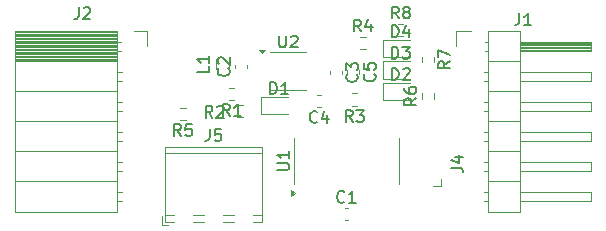
<source format=gbr>
%TF.GenerationSoftware,KiCad,Pcbnew,8.0.8*%
%TF.CreationDate,2025-02-16T13:19:37-05:00*%
%TF.ProjectId,SI-P Pressure Transducer,53492d50-2050-4726-9573-737572652054,rev?*%
%TF.SameCoordinates,Original*%
%TF.FileFunction,Legend,Top*%
%TF.FilePolarity,Positive*%
%FSLAX46Y46*%
G04 Gerber Fmt 4.6, Leading zero omitted, Abs format (unit mm)*
G04 Created by KiCad (PCBNEW 8.0.8) date 2025-02-16 13:19:37*
%MOMM*%
%LPD*%
G01*
G04 APERTURE LIST*
%ADD10C,0.150000*%
%ADD11C,0.120000*%
G04 APERTURE END LIST*
D10*
X187626666Y-68794819D02*
X187626666Y-69509104D01*
X187626666Y-69509104D02*
X187579047Y-69651961D01*
X187579047Y-69651961D02*
X187483809Y-69747200D01*
X187483809Y-69747200D02*
X187340952Y-69794819D01*
X187340952Y-69794819D02*
X187245714Y-69794819D01*
X188579047Y-68794819D02*
X188102857Y-68794819D01*
X188102857Y-68794819D02*
X188055238Y-69271009D01*
X188055238Y-69271009D02*
X188102857Y-69223390D01*
X188102857Y-69223390D02*
X188198095Y-69175771D01*
X188198095Y-69175771D02*
X188436190Y-69175771D01*
X188436190Y-69175771D02*
X188531428Y-69223390D01*
X188531428Y-69223390D02*
X188579047Y-69271009D01*
X188579047Y-69271009D02*
X188626666Y-69366247D01*
X188626666Y-69366247D02*
X188626666Y-69604342D01*
X188626666Y-69604342D02*
X188579047Y-69699580D01*
X188579047Y-69699580D02*
X188531428Y-69747200D01*
X188531428Y-69747200D02*
X188436190Y-69794819D01*
X188436190Y-69794819D02*
X188198095Y-69794819D01*
X188198095Y-69794819D02*
X188102857Y-69747200D01*
X188102857Y-69747200D02*
X188055238Y-69699580D01*
X176544146Y-58484819D02*
X176544146Y-59199104D01*
X176544146Y-59199104D02*
X176496527Y-59341961D01*
X176496527Y-59341961D02*
X176401289Y-59437200D01*
X176401289Y-59437200D02*
X176258432Y-59484819D01*
X176258432Y-59484819D02*
X176163194Y-59484819D01*
X176972718Y-58580057D02*
X177020337Y-58532438D01*
X177020337Y-58532438D02*
X177115575Y-58484819D01*
X177115575Y-58484819D02*
X177353670Y-58484819D01*
X177353670Y-58484819D02*
X177448908Y-58532438D01*
X177448908Y-58532438D02*
X177496527Y-58580057D01*
X177496527Y-58580057D02*
X177544146Y-58675295D01*
X177544146Y-58675295D02*
X177544146Y-58770533D01*
X177544146Y-58770533D02*
X177496527Y-58913390D01*
X177496527Y-58913390D02*
X176925099Y-59484819D01*
X176925099Y-59484819D02*
X177544146Y-59484819D01*
X200089580Y-64166666D02*
X200137200Y-64214285D01*
X200137200Y-64214285D02*
X200184819Y-64357142D01*
X200184819Y-64357142D02*
X200184819Y-64452380D01*
X200184819Y-64452380D02*
X200137200Y-64595237D01*
X200137200Y-64595237D02*
X200041961Y-64690475D01*
X200041961Y-64690475D02*
X199946723Y-64738094D01*
X199946723Y-64738094D02*
X199756247Y-64785713D01*
X199756247Y-64785713D02*
X199613390Y-64785713D01*
X199613390Y-64785713D02*
X199422914Y-64738094D01*
X199422914Y-64738094D02*
X199327676Y-64690475D01*
X199327676Y-64690475D02*
X199232438Y-64595237D01*
X199232438Y-64595237D02*
X199184819Y-64452380D01*
X199184819Y-64452380D02*
X199184819Y-64357142D01*
X199184819Y-64357142D02*
X199232438Y-64214285D01*
X199232438Y-64214285D02*
X199280057Y-64166666D01*
X199184819Y-63833332D02*
X199184819Y-63214285D01*
X199184819Y-63214285D02*
X199565771Y-63547618D01*
X199565771Y-63547618D02*
X199565771Y-63404761D01*
X199565771Y-63404761D02*
X199613390Y-63309523D01*
X199613390Y-63309523D02*
X199661009Y-63261904D01*
X199661009Y-63261904D02*
X199756247Y-63214285D01*
X199756247Y-63214285D02*
X199994342Y-63214285D01*
X199994342Y-63214285D02*
X200089580Y-63261904D01*
X200089580Y-63261904D02*
X200137200Y-63309523D01*
X200137200Y-63309523D02*
X200184819Y-63404761D01*
X200184819Y-63404761D02*
X200184819Y-63690475D01*
X200184819Y-63690475D02*
X200137200Y-63785713D01*
X200137200Y-63785713D02*
X200089580Y-63833332D01*
X187877121Y-67823233D02*
X187543788Y-67347042D01*
X187305693Y-67823233D02*
X187305693Y-66823233D01*
X187305693Y-66823233D02*
X187686645Y-66823233D01*
X187686645Y-66823233D02*
X187781883Y-66870852D01*
X187781883Y-66870852D02*
X187829502Y-66918471D01*
X187829502Y-66918471D02*
X187877121Y-67013709D01*
X187877121Y-67013709D02*
X187877121Y-67156566D01*
X187877121Y-67156566D02*
X187829502Y-67251804D01*
X187829502Y-67251804D02*
X187781883Y-67299423D01*
X187781883Y-67299423D02*
X187686645Y-67347042D01*
X187686645Y-67347042D02*
X187305693Y-67347042D01*
X188258074Y-66918471D02*
X188305693Y-66870852D01*
X188305693Y-66870852D02*
X188400931Y-66823233D01*
X188400931Y-66823233D02*
X188639026Y-66823233D01*
X188639026Y-66823233D02*
X188734264Y-66870852D01*
X188734264Y-66870852D02*
X188781883Y-66918471D01*
X188781883Y-66918471D02*
X188829502Y-67013709D01*
X188829502Y-67013709D02*
X188829502Y-67108947D01*
X188829502Y-67108947D02*
X188781883Y-67251804D01*
X188781883Y-67251804D02*
X188210455Y-67823233D01*
X188210455Y-67823233D02*
X188829502Y-67823233D01*
X203061905Y-61024819D02*
X203061905Y-60024819D01*
X203061905Y-60024819D02*
X203300000Y-60024819D01*
X203300000Y-60024819D02*
X203442857Y-60072438D01*
X203442857Y-60072438D02*
X203538095Y-60167676D01*
X203538095Y-60167676D02*
X203585714Y-60262914D01*
X203585714Y-60262914D02*
X203633333Y-60453390D01*
X203633333Y-60453390D02*
X203633333Y-60596247D01*
X203633333Y-60596247D02*
X203585714Y-60786723D01*
X203585714Y-60786723D02*
X203538095Y-60881961D01*
X203538095Y-60881961D02*
X203442857Y-60977200D01*
X203442857Y-60977200D02*
X203300000Y-61024819D01*
X203300000Y-61024819D02*
X203061905Y-61024819D01*
X204490476Y-60358152D02*
X204490476Y-61024819D01*
X204252381Y-59977200D02*
X204014286Y-60691485D01*
X204014286Y-60691485D02*
X204633333Y-60691485D01*
X199733333Y-68184819D02*
X199400000Y-67708628D01*
X199161905Y-68184819D02*
X199161905Y-67184819D01*
X199161905Y-67184819D02*
X199542857Y-67184819D01*
X199542857Y-67184819D02*
X199638095Y-67232438D01*
X199638095Y-67232438D02*
X199685714Y-67280057D01*
X199685714Y-67280057D02*
X199733333Y-67375295D01*
X199733333Y-67375295D02*
X199733333Y-67518152D01*
X199733333Y-67518152D02*
X199685714Y-67613390D01*
X199685714Y-67613390D02*
X199638095Y-67661009D01*
X199638095Y-67661009D02*
X199542857Y-67708628D01*
X199542857Y-67708628D02*
X199161905Y-67708628D01*
X200066667Y-67184819D02*
X200685714Y-67184819D01*
X200685714Y-67184819D02*
X200352381Y-67565771D01*
X200352381Y-67565771D02*
X200495238Y-67565771D01*
X200495238Y-67565771D02*
X200590476Y-67613390D01*
X200590476Y-67613390D02*
X200638095Y-67661009D01*
X200638095Y-67661009D02*
X200685714Y-67756247D01*
X200685714Y-67756247D02*
X200685714Y-67994342D01*
X200685714Y-67994342D02*
X200638095Y-68089580D01*
X200638095Y-68089580D02*
X200590476Y-68137200D01*
X200590476Y-68137200D02*
X200495238Y-68184819D01*
X200495238Y-68184819D02*
X200209524Y-68184819D01*
X200209524Y-68184819D02*
X200114286Y-68137200D01*
X200114286Y-68137200D02*
X200066667Y-68089580D01*
X193525595Y-60879819D02*
X193525595Y-61689342D01*
X193525595Y-61689342D02*
X193573214Y-61784580D01*
X193573214Y-61784580D02*
X193620833Y-61832200D01*
X193620833Y-61832200D02*
X193716071Y-61879819D01*
X193716071Y-61879819D02*
X193906547Y-61879819D01*
X193906547Y-61879819D02*
X194001785Y-61832200D01*
X194001785Y-61832200D02*
X194049404Y-61784580D01*
X194049404Y-61784580D02*
X194097023Y-61689342D01*
X194097023Y-61689342D02*
X194097023Y-60879819D01*
X194525595Y-60975057D02*
X194573214Y-60927438D01*
X194573214Y-60927438D02*
X194668452Y-60879819D01*
X194668452Y-60879819D02*
X194906547Y-60879819D01*
X194906547Y-60879819D02*
X195001785Y-60927438D01*
X195001785Y-60927438D02*
X195049404Y-60975057D01*
X195049404Y-60975057D02*
X195097023Y-61070295D01*
X195097023Y-61070295D02*
X195097023Y-61165533D01*
X195097023Y-61165533D02*
X195049404Y-61308390D01*
X195049404Y-61308390D02*
X194477976Y-61879819D01*
X194477976Y-61879819D02*
X195097023Y-61879819D01*
X196733333Y-68189580D02*
X196685714Y-68237200D01*
X196685714Y-68237200D02*
X196542857Y-68284819D01*
X196542857Y-68284819D02*
X196447619Y-68284819D01*
X196447619Y-68284819D02*
X196304762Y-68237200D01*
X196304762Y-68237200D02*
X196209524Y-68141961D01*
X196209524Y-68141961D02*
X196161905Y-68046723D01*
X196161905Y-68046723D02*
X196114286Y-67856247D01*
X196114286Y-67856247D02*
X196114286Y-67713390D01*
X196114286Y-67713390D02*
X196161905Y-67522914D01*
X196161905Y-67522914D02*
X196209524Y-67427676D01*
X196209524Y-67427676D02*
X196304762Y-67332438D01*
X196304762Y-67332438D02*
X196447619Y-67284819D01*
X196447619Y-67284819D02*
X196542857Y-67284819D01*
X196542857Y-67284819D02*
X196685714Y-67332438D01*
X196685714Y-67332438D02*
X196733333Y-67380057D01*
X197590476Y-67618152D02*
X197590476Y-68284819D01*
X197352381Y-67237200D02*
X197114286Y-67951485D01*
X197114286Y-67951485D02*
X197733333Y-67951485D01*
X201589580Y-64141666D02*
X201637200Y-64189285D01*
X201637200Y-64189285D02*
X201684819Y-64332142D01*
X201684819Y-64332142D02*
X201684819Y-64427380D01*
X201684819Y-64427380D02*
X201637200Y-64570237D01*
X201637200Y-64570237D02*
X201541961Y-64665475D01*
X201541961Y-64665475D02*
X201446723Y-64713094D01*
X201446723Y-64713094D02*
X201256247Y-64760713D01*
X201256247Y-64760713D02*
X201113390Y-64760713D01*
X201113390Y-64760713D02*
X200922914Y-64713094D01*
X200922914Y-64713094D02*
X200827676Y-64665475D01*
X200827676Y-64665475D02*
X200732438Y-64570237D01*
X200732438Y-64570237D02*
X200684819Y-64427380D01*
X200684819Y-64427380D02*
X200684819Y-64332142D01*
X200684819Y-64332142D02*
X200732438Y-64189285D01*
X200732438Y-64189285D02*
X200780057Y-64141666D01*
X200684819Y-63236904D02*
X200684819Y-63713094D01*
X200684819Y-63713094D02*
X201161009Y-63760713D01*
X201161009Y-63760713D02*
X201113390Y-63713094D01*
X201113390Y-63713094D02*
X201065771Y-63617856D01*
X201065771Y-63617856D02*
X201065771Y-63379761D01*
X201065771Y-63379761D02*
X201113390Y-63284523D01*
X201113390Y-63284523D02*
X201161009Y-63236904D01*
X201161009Y-63236904D02*
X201256247Y-63189285D01*
X201256247Y-63189285D02*
X201494342Y-63189285D01*
X201494342Y-63189285D02*
X201589580Y-63236904D01*
X201589580Y-63236904D02*
X201637200Y-63284523D01*
X201637200Y-63284523D02*
X201684819Y-63379761D01*
X201684819Y-63379761D02*
X201684819Y-63617856D01*
X201684819Y-63617856D02*
X201637200Y-63713094D01*
X201637200Y-63713094D02*
X201589580Y-63760713D01*
X192761905Y-65824819D02*
X192761905Y-64824819D01*
X192761905Y-64824819D02*
X193000000Y-64824819D01*
X193000000Y-64824819D02*
X193142857Y-64872438D01*
X193142857Y-64872438D02*
X193238095Y-64967676D01*
X193238095Y-64967676D02*
X193285714Y-65062914D01*
X193285714Y-65062914D02*
X193333333Y-65253390D01*
X193333333Y-65253390D02*
X193333333Y-65396247D01*
X193333333Y-65396247D02*
X193285714Y-65586723D01*
X193285714Y-65586723D02*
X193238095Y-65681961D01*
X193238095Y-65681961D02*
X193142857Y-65777200D01*
X193142857Y-65777200D02*
X193000000Y-65824819D01*
X193000000Y-65824819D02*
X192761905Y-65824819D01*
X194285714Y-65824819D02*
X193714286Y-65824819D01*
X194000000Y-65824819D02*
X194000000Y-64824819D01*
X194000000Y-64824819D02*
X193904762Y-64967676D01*
X193904762Y-64967676D02*
X193809524Y-65062914D01*
X193809524Y-65062914D02*
X193714286Y-65110533D01*
X199033333Y-74929580D02*
X198985714Y-74977200D01*
X198985714Y-74977200D02*
X198842857Y-75024819D01*
X198842857Y-75024819D02*
X198747619Y-75024819D01*
X198747619Y-75024819D02*
X198604762Y-74977200D01*
X198604762Y-74977200D02*
X198509524Y-74881961D01*
X198509524Y-74881961D02*
X198461905Y-74786723D01*
X198461905Y-74786723D02*
X198414286Y-74596247D01*
X198414286Y-74596247D02*
X198414286Y-74453390D01*
X198414286Y-74453390D02*
X198461905Y-74262914D01*
X198461905Y-74262914D02*
X198509524Y-74167676D01*
X198509524Y-74167676D02*
X198604762Y-74072438D01*
X198604762Y-74072438D02*
X198747619Y-74024819D01*
X198747619Y-74024819D02*
X198842857Y-74024819D01*
X198842857Y-74024819D02*
X198985714Y-74072438D01*
X198985714Y-74072438D02*
X199033333Y-74120057D01*
X199985714Y-75024819D02*
X199414286Y-75024819D01*
X199700000Y-75024819D02*
X199700000Y-74024819D01*
X199700000Y-74024819D02*
X199604762Y-74167676D01*
X199604762Y-74167676D02*
X199509524Y-74262914D01*
X199509524Y-74262914D02*
X199414286Y-74310533D01*
X213851666Y-58984819D02*
X213851666Y-59699104D01*
X213851666Y-59699104D02*
X213804047Y-59841961D01*
X213804047Y-59841961D02*
X213708809Y-59937200D01*
X213708809Y-59937200D02*
X213565952Y-59984819D01*
X213565952Y-59984819D02*
X213470714Y-59984819D01*
X214851666Y-59984819D02*
X214280238Y-59984819D01*
X214565952Y-59984819D02*
X214565952Y-58984819D01*
X214565952Y-58984819D02*
X214470714Y-59127676D01*
X214470714Y-59127676D02*
X214375476Y-59222914D01*
X214375476Y-59222914D02*
X214280238Y-59270533D01*
X205124819Y-66166666D02*
X204648628Y-66499999D01*
X205124819Y-66738094D02*
X204124819Y-66738094D01*
X204124819Y-66738094D02*
X204124819Y-66357142D01*
X204124819Y-66357142D02*
X204172438Y-66261904D01*
X204172438Y-66261904D02*
X204220057Y-66214285D01*
X204220057Y-66214285D02*
X204315295Y-66166666D01*
X204315295Y-66166666D02*
X204458152Y-66166666D01*
X204458152Y-66166666D02*
X204553390Y-66214285D01*
X204553390Y-66214285D02*
X204601009Y-66261904D01*
X204601009Y-66261904D02*
X204648628Y-66357142D01*
X204648628Y-66357142D02*
X204648628Y-66738094D01*
X204124819Y-65309523D02*
X204124819Y-65499999D01*
X204124819Y-65499999D02*
X204172438Y-65595237D01*
X204172438Y-65595237D02*
X204220057Y-65642856D01*
X204220057Y-65642856D02*
X204362914Y-65738094D01*
X204362914Y-65738094D02*
X204553390Y-65785713D01*
X204553390Y-65785713D02*
X204934342Y-65785713D01*
X204934342Y-65785713D02*
X205029580Y-65738094D01*
X205029580Y-65738094D02*
X205077200Y-65690475D01*
X205077200Y-65690475D02*
X205124819Y-65595237D01*
X205124819Y-65595237D02*
X205124819Y-65404761D01*
X205124819Y-65404761D02*
X205077200Y-65309523D01*
X205077200Y-65309523D02*
X205029580Y-65261904D01*
X205029580Y-65261904D02*
X204934342Y-65214285D01*
X204934342Y-65214285D02*
X204696247Y-65214285D01*
X204696247Y-65214285D02*
X204601009Y-65261904D01*
X204601009Y-65261904D02*
X204553390Y-65309523D01*
X204553390Y-65309523D02*
X204505771Y-65404761D01*
X204505771Y-65404761D02*
X204505771Y-65595237D01*
X204505771Y-65595237D02*
X204553390Y-65690475D01*
X204553390Y-65690475D02*
X204601009Y-65738094D01*
X204601009Y-65738094D02*
X204696247Y-65785713D01*
X208089819Y-72073333D02*
X208804104Y-72073333D01*
X208804104Y-72073333D02*
X208946961Y-72120952D01*
X208946961Y-72120952D02*
X209042200Y-72216190D01*
X209042200Y-72216190D02*
X209089819Y-72359047D01*
X209089819Y-72359047D02*
X209089819Y-72454285D01*
X208423152Y-71168571D02*
X209089819Y-71168571D01*
X208042200Y-71406666D02*
X208756485Y-71644761D01*
X208756485Y-71644761D02*
X208756485Y-71025714D01*
X203633333Y-59424819D02*
X203300000Y-58948628D01*
X203061905Y-59424819D02*
X203061905Y-58424819D01*
X203061905Y-58424819D02*
X203442857Y-58424819D01*
X203442857Y-58424819D02*
X203538095Y-58472438D01*
X203538095Y-58472438D02*
X203585714Y-58520057D01*
X203585714Y-58520057D02*
X203633333Y-58615295D01*
X203633333Y-58615295D02*
X203633333Y-58758152D01*
X203633333Y-58758152D02*
X203585714Y-58853390D01*
X203585714Y-58853390D02*
X203538095Y-58901009D01*
X203538095Y-58901009D02*
X203442857Y-58948628D01*
X203442857Y-58948628D02*
X203061905Y-58948628D01*
X204204762Y-58853390D02*
X204109524Y-58805771D01*
X204109524Y-58805771D02*
X204061905Y-58758152D01*
X204061905Y-58758152D02*
X204014286Y-58662914D01*
X204014286Y-58662914D02*
X204014286Y-58615295D01*
X204014286Y-58615295D02*
X204061905Y-58520057D01*
X204061905Y-58520057D02*
X204109524Y-58472438D01*
X204109524Y-58472438D02*
X204204762Y-58424819D01*
X204204762Y-58424819D02*
X204395238Y-58424819D01*
X204395238Y-58424819D02*
X204490476Y-58472438D01*
X204490476Y-58472438D02*
X204538095Y-58520057D01*
X204538095Y-58520057D02*
X204585714Y-58615295D01*
X204585714Y-58615295D02*
X204585714Y-58662914D01*
X204585714Y-58662914D02*
X204538095Y-58758152D01*
X204538095Y-58758152D02*
X204490476Y-58805771D01*
X204490476Y-58805771D02*
X204395238Y-58853390D01*
X204395238Y-58853390D02*
X204204762Y-58853390D01*
X204204762Y-58853390D02*
X204109524Y-58901009D01*
X204109524Y-58901009D02*
X204061905Y-58948628D01*
X204061905Y-58948628D02*
X204014286Y-59043866D01*
X204014286Y-59043866D02*
X204014286Y-59234342D01*
X204014286Y-59234342D02*
X204061905Y-59329580D01*
X204061905Y-59329580D02*
X204109524Y-59377200D01*
X204109524Y-59377200D02*
X204204762Y-59424819D01*
X204204762Y-59424819D02*
X204395238Y-59424819D01*
X204395238Y-59424819D02*
X204490476Y-59377200D01*
X204490476Y-59377200D02*
X204538095Y-59329580D01*
X204538095Y-59329580D02*
X204585714Y-59234342D01*
X204585714Y-59234342D02*
X204585714Y-59043866D01*
X204585714Y-59043866D02*
X204538095Y-58948628D01*
X204538095Y-58948628D02*
X204490476Y-58901009D01*
X204490476Y-58901009D02*
X204395238Y-58853390D01*
X189333333Y-67684819D02*
X189000000Y-67208628D01*
X188761905Y-67684819D02*
X188761905Y-66684819D01*
X188761905Y-66684819D02*
X189142857Y-66684819D01*
X189142857Y-66684819D02*
X189238095Y-66732438D01*
X189238095Y-66732438D02*
X189285714Y-66780057D01*
X189285714Y-66780057D02*
X189333333Y-66875295D01*
X189333333Y-66875295D02*
X189333333Y-67018152D01*
X189333333Y-67018152D02*
X189285714Y-67113390D01*
X189285714Y-67113390D02*
X189238095Y-67161009D01*
X189238095Y-67161009D02*
X189142857Y-67208628D01*
X189142857Y-67208628D02*
X188761905Y-67208628D01*
X190285714Y-67684819D02*
X189714286Y-67684819D01*
X190000000Y-67684819D02*
X190000000Y-66684819D01*
X190000000Y-66684819D02*
X189904762Y-66827676D01*
X189904762Y-66827676D02*
X189809524Y-66922914D01*
X189809524Y-66922914D02*
X189714286Y-66970533D01*
X187604819Y-63466666D02*
X187604819Y-63942856D01*
X187604819Y-63942856D02*
X186604819Y-63942856D01*
X187604819Y-62609523D02*
X187604819Y-63180951D01*
X187604819Y-62895237D02*
X186604819Y-62895237D01*
X186604819Y-62895237D02*
X186747676Y-62990475D01*
X186747676Y-62990475D02*
X186842914Y-63085713D01*
X186842914Y-63085713D02*
X186890533Y-63180951D01*
X189229580Y-63666666D02*
X189277200Y-63714285D01*
X189277200Y-63714285D02*
X189324819Y-63857142D01*
X189324819Y-63857142D02*
X189324819Y-63952380D01*
X189324819Y-63952380D02*
X189277200Y-64095237D01*
X189277200Y-64095237D02*
X189181961Y-64190475D01*
X189181961Y-64190475D02*
X189086723Y-64238094D01*
X189086723Y-64238094D02*
X188896247Y-64285713D01*
X188896247Y-64285713D02*
X188753390Y-64285713D01*
X188753390Y-64285713D02*
X188562914Y-64238094D01*
X188562914Y-64238094D02*
X188467676Y-64190475D01*
X188467676Y-64190475D02*
X188372438Y-64095237D01*
X188372438Y-64095237D02*
X188324819Y-63952380D01*
X188324819Y-63952380D02*
X188324819Y-63857142D01*
X188324819Y-63857142D02*
X188372438Y-63714285D01*
X188372438Y-63714285D02*
X188420057Y-63666666D01*
X188420057Y-63285713D02*
X188372438Y-63238094D01*
X188372438Y-63238094D02*
X188324819Y-63142856D01*
X188324819Y-63142856D02*
X188324819Y-62904761D01*
X188324819Y-62904761D02*
X188372438Y-62809523D01*
X188372438Y-62809523D02*
X188420057Y-62761904D01*
X188420057Y-62761904D02*
X188515295Y-62714285D01*
X188515295Y-62714285D02*
X188610533Y-62714285D01*
X188610533Y-62714285D02*
X188753390Y-62761904D01*
X188753390Y-62761904D02*
X189324819Y-63333332D01*
X189324819Y-63333332D02*
X189324819Y-62714285D01*
X207984819Y-63066666D02*
X207508628Y-63399999D01*
X207984819Y-63638094D02*
X206984819Y-63638094D01*
X206984819Y-63638094D02*
X206984819Y-63257142D01*
X206984819Y-63257142D02*
X207032438Y-63161904D01*
X207032438Y-63161904D02*
X207080057Y-63114285D01*
X207080057Y-63114285D02*
X207175295Y-63066666D01*
X207175295Y-63066666D02*
X207318152Y-63066666D01*
X207318152Y-63066666D02*
X207413390Y-63114285D01*
X207413390Y-63114285D02*
X207461009Y-63161904D01*
X207461009Y-63161904D02*
X207508628Y-63257142D01*
X207508628Y-63257142D02*
X207508628Y-63638094D01*
X206984819Y-62733332D02*
X206984819Y-62066666D01*
X206984819Y-62066666D02*
X207984819Y-62495237D01*
X200433333Y-60524819D02*
X200100000Y-60048628D01*
X199861905Y-60524819D02*
X199861905Y-59524819D01*
X199861905Y-59524819D02*
X200242857Y-59524819D01*
X200242857Y-59524819D02*
X200338095Y-59572438D01*
X200338095Y-59572438D02*
X200385714Y-59620057D01*
X200385714Y-59620057D02*
X200433333Y-59715295D01*
X200433333Y-59715295D02*
X200433333Y-59858152D01*
X200433333Y-59858152D02*
X200385714Y-59953390D01*
X200385714Y-59953390D02*
X200338095Y-60001009D01*
X200338095Y-60001009D02*
X200242857Y-60048628D01*
X200242857Y-60048628D02*
X199861905Y-60048628D01*
X201290476Y-59858152D02*
X201290476Y-60524819D01*
X201052381Y-59477200D02*
X200814286Y-60191485D01*
X200814286Y-60191485D02*
X201433333Y-60191485D01*
X185208333Y-69384819D02*
X184875000Y-68908628D01*
X184636905Y-69384819D02*
X184636905Y-68384819D01*
X184636905Y-68384819D02*
X185017857Y-68384819D01*
X185017857Y-68384819D02*
X185113095Y-68432438D01*
X185113095Y-68432438D02*
X185160714Y-68480057D01*
X185160714Y-68480057D02*
X185208333Y-68575295D01*
X185208333Y-68575295D02*
X185208333Y-68718152D01*
X185208333Y-68718152D02*
X185160714Y-68813390D01*
X185160714Y-68813390D02*
X185113095Y-68861009D01*
X185113095Y-68861009D02*
X185017857Y-68908628D01*
X185017857Y-68908628D02*
X184636905Y-68908628D01*
X186113095Y-68384819D02*
X185636905Y-68384819D01*
X185636905Y-68384819D02*
X185589286Y-68861009D01*
X185589286Y-68861009D02*
X185636905Y-68813390D01*
X185636905Y-68813390D02*
X185732143Y-68765771D01*
X185732143Y-68765771D02*
X185970238Y-68765771D01*
X185970238Y-68765771D02*
X186065476Y-68813390D01*
X186065476Y-68813390D02*
X186113095Y-68861009D01*
X186113095Y-68861009D02*
X186160714Y-68956247D01*
X186160714Y-68956247D02*
X186160714Y-69194342D01*
X186160714Y-69194342D02*
X186113095Y-69289580D01*
X186113095Y-69289580D02*
X186065476Y-69337200D01*
X186065476Y-69337200D02*
X185970238Y-69384819D01*
X185970238Y-69384819D02*
X185732143Y-69384819D01*
X185732143Y-69384819D02*
X185636905Y-69337200D01*
X185636905Y-69337200D02*
X185589286Y-69289580D01*
X203049405Y-62824819D02*
X203049405Y-61824819D01*
X203049405Y-61824819D02*
X203287500Y-61824819D01*
X203287500Y-61824819D02*
X203430357Y-61872438D01*
X203430357Y-61872438D02*
X203525595Y-61967676D01*
X203525595Y-61967676D02*
X203573214Y-62062914D01*
X203573214Y-62062914D02*
X203620833Y-62253390D01*
X203620833Y-62253390D02*
X203620833Y-62396247D01*
X203620833Y-62396247D02*
X203573214Y-62586723D01*
X203573214Y-62586723D02*
X203525595Y-62681961D01*
X203525595Y-62681961D02*
X203430357Y-62777200D01*
X203430357Y-62777200D02*
X203287500Y-62824819D01*
X203287500Y-62824819D02*
X203049405Y-62824819D01*
X203954167Y-61824819D02*
X204573214Y-61824819D01*
X204573214Y-61824819D02*
X204239881Y-62205771D01*
X204239881Y-62205771D02*
X204382738Y-62205771D01*
X204382738Y-62205771D02*
X204477976Y-62253390D01*
X204477976Y-62253390D02*
X204525595Y-62301009D01*
X204525595Y-62301009D02*
X204573214Y-62396247D01*
X204573214Y-62396247D02*
X204573214Y-62634342D01*
X204573214Y-62634342D02*
X204525595Y-62729580D01*
X204525595Y-62729580D02*
X204477976Y-62777200D01*
X204477976Y-62777200D02*
X204382738Y-62824819D01*
X204382738Y-62824819D02*
X204097024Y-62824819D01*
X204097024Y-62824819D02*
X204001786Y-62777200D01*
X204001786Y-62777200D02*
X203954167Y-62729580D01*
X203061905Y-64624819D02*
X203061905Y-63624819D01*
X203061905Y-63624819D02*
X203300000Y-63624819D01*
X203300000Y-63624819D02*
X203442857Y-63672438D01*
X203442857Y-63672438D02*
X203538095Y-63767676D01*
X203538095Y-63767676D02*
X203585714Y-63862914D01*
X203585714Y-63862914D02*
X203633333Y-64053390D01*
X203633333Y-64053390D02*
X203633333Y-64196247D01*
X203633333Y-64196247D02*
X203585714Y-64386723D01*
X203585714Y-64386723D02*
X203538095Y-64481961D01*
X203538095Y-64481961D02*
X203442857Y-64577200D01*
X203442857Y-64577200D02*
X203300000Y-64624819D01*
X203300000Y-64624819D02*
X203061905Y-64624819D01*
X204014286Y-63720057D02*
X204061905Y-63672438D01*
X204061905Y-63672438D02*
X204157143Y-63624819D01*
X204157143Y-63624819D02*
X204395238Y-63624819D01*
X204395238Y-63624819D02*
X204490476Y-63672438D01*
X204490476Y-63672438D02*
X204538095Y-63720057D01*
X204538095Y-63720057D02*
X204585714Y-63815295D01*
X204585714Y-63815295D02*
X204585714Y-63910533D01*
X204585714Y-63910533D02*
X204538095Y-64053390D01*
X204538095Y-64053390D02*
X203966667Y-64624819D01*
X203966667Y-64624819D02*
X204585714Y-64624819D01*
X193374819Y-72261904D02*
X194184342Y-72261904D01*
X194184342Y-72261904D02*
X194279580Y-72214285D01*
X194279580Y-72214285D02*
X194327200Y-72166666D01*
X194327200Y-72166666D02*
X194374819Y-72071428D01*
X194374819Y-72071428D02*
X194374819Y-71880952D01*
X194374819Y-71880952D02*
X194327200Y-71785714D01*
X194327200Y-71785714D02*
X194279580Y-71738095D01*
X194279580Y-71738095D02*
X194184342Y-71690476D01*
X194184342Y-71690476D02*
X193374819Y-71690476D01*
X194374819Y-70690476D02*
X194374819Y-71261904D01*
X194374819Y-70976190D02*
X193374819Y-70976190D01*
X193374819Y-70976190D02*
X193517676Y-71071428D01*
X193517676Y-71071428D02*
X193612914Y-71166666D01*
X193612914Y-71166666D02*
X193660533Y-71261904D01*
D11*
%TO.C,J5*%
X183620000Y-76160000D02*
X183620000Y-76900000D01*
X183620000Y-76900000D02*
X184120000Y-76900000D01*
X183860000Y-70340000D02*
X183860000Y-76660000D01*
X183860000Y-70340000D02*
X192060000Y-70340000D01*
X183860000Y-70800000D02*
X192060000Y-70800000D01*
X183860000Y-76100000D02*
X184630000Y-76100000D01*
X183860000Y-76660000D02*
X184630000Y-76660000D01*
X186210000Y-76100000D02*
X187170000Y-76100000D01*
X186210000Y-76660000D02*
X187170000Y-76660000D01*
X188750000Y-76100000D02*
X189710000Y-76100000D01*
X188750000Y-76660000D02*
X189710000Y-76660000D01*
X191290000Y-76100000D02*
X192060000Y-76100000D01*
X191290000Y-76660000D02*
X192060000Y-76660000D01*
X192060000Y-70340000D02*
X192060000Y-76660000D01*
%TO.C,J2*%
X171167480Y-60470000D02*
X171167480Y-75830000D01*
X171167480Y-60470000D02*
X179797480Y-60470000D01*
X171167480Y-60590000D02*
X179797480Y-60590000D01*
X171167480Y-60708095D02*
X179797480Y-60708095D01*
X171167480Y-60826190D02*
X179797480Y-60826190D01*
X171167480Y-60944285D02*
X179797480Y-60944285D01*
X171167480Y-61062380D02*
X179797480Y-61062380D01*
X171167480Y-61180475D02*
X179797480Y-61180475D01*
X171167480Y-61298570D02*
X179797480Y-61298570D01*
X171167480Y-61416665D02*
X179797480Y-61416665D01*
X171167480Y-61534760D02*
X179797480Y-61534760D01*
X171167480Y-61652855D02*
X179797480Y-61652855D01*
X171167480Y-61770950D02*
X179797480Y-61770950D01*
X171167480Y-61889045D02*
X179797480Y-61889045D01*
X171167480Y-62007140D02*
X179797480Y-62007140D01*
X171167480Y-62125235D02*
X179797480Y-62125235D01*
X171167480Y-62243330D02*
X179797480Y-62243330D01*
X171167480Y-62361425D02*
X179797480Y-62361425D01*
X171167480Y-62479520D02*
X179797480Y-62479520D01*
X171167480Y-62597615D02*
X179797480Y-62597615D01*
X171167480Y-62715710D02*
X179797480Y-62715710D01*
X171167480Y-62833805D02*
X179797480Y-62833805D01*
X171167480Y-62951900D02*
X179797480Y-62951900D01*
X171167480Y-63070000D02*
X179797480Y-63070000D01*
X171167480Y-65610000D02*
X179797480Y-65610000D01*
X171167480Y-68150000D02*
X179797480Y-68150000D01*
X171167480Y-70690000D02*
X179797480Y-70690000D01*
X171167480Y-73230000D02*
X179797480Y-73230000D01*
X171167480Y-75830000D02*
X179797480Y-75830000D01*
X179797480Y-60470000D02*
X179797480Y-75830000D01*
X179797480Y-61440000D02*
X180147480Y-61440000D01*
X179797480Y-62160000D02*
X180147480Y-62160000D01*
X179797480Y-63980000D02*
X180207480Y-63980000D01*
X179797480Y-64700000D02*
X180207480Y-64700000D01*
X179797480Y-66520000D02*
X180207480Y-66520000D01*
X179797480Y-67240000D02*
X180207480Y-67240000D01*
X179797480Y-69060000D02*
X180207480Y-69060000D01*
X179797480Y-69780000D02*
X180207480Y-69780000D01*
X179797480Y-71600000D02*
X180207480Y-71600000D01*
X179797480Y-72320000D02*
X180207480Y-72320000D01*
X179797480Y-74140000D02*
X180207480Y-74140000D01*
X179797480Y-74860000D02*
X180207480Y-74860000D01*
X181257480Y-60470000D02*
X182367480Y-60470000D01*
X182367480Y-60470000D02*
X182367480Y-61800000D01*
%TO.C,C3*%
X197790000Y-63859420D02*
X197790000Y-64140580D01*
X198810000Y-63859420D02*
X198810000Y-64140580D01*
%TO.C,R2*%
X190462258Y-66770612D02*
X189987742Y-66770612D01*
X190462258Y-67815612D02*
X189987742Y-67815612D01*
%TO.C,D4*%
X202315000Y-61265000D02*
X202315000Y-62735000D01*
X202315000Y-62735000D02*
X204600000Y-62735000D01*
X204600000Y-61265000D02*
X202315000Y-61265000D01*
%TO.C,R3*%
X200137258Y-65777500D02*
X199662742Y-65777500D01*
X200137258Y-66822500D02*
X199662742Y-66822500D01*
%TO.C,U2*%
X194287500Y-62265000D02*
X192787500Y-62265000D01*
X194287500Y-62265000D02*
X195787500Y-62265000D01*
X194287500Y-65485000D02*
X192787500Y-65485000D01*
X194287500Y-65485000D02*
X195787500Y-65485000D01*
X192075000Y-62390000D02*
X191835000Y-62060000D01*
X192315000Y-62060000D01*
X192075000Y-62390000D01*
G36*
X192075000Y-62390000D02*
G01*
X191835000Y-62060000D01*
X192315000Y-62060000D01*
X192075000Y-62390000D01*
G37*
%TO.C,C4*%
X197040580Y-65890000D02*
X196759420Y-65890000D01*
X197040580Y-66910000D02*
X196759420Y-66910000D01*
%TO.C,C5*%
X199290000Y-63834420D02*
X199290000Y-64115580D01*
X200310000Y-63834420D02*
X200310000Y-64115580D01*
%TO.C,D1*%
X192015000Y-66065000D02*
X192015000Y-67535000D01*
X192015000Y-67535000D02*
X194300000Y-67535000D01*
X194300000Y-66065000D02*
X192015000Y-66065000D01*
%TO.C,C1*%
X199059420Y-75490000D02*
X199340580Y-75490000D01*
X199059420Y-76510000D02*
X199340580Y-76510000D01*
%TO.C,J1*%
X208530000Y-60530000D02*
X209800000Y-60530000D01*
X208530000Y-61800000D02*
X208530000Y-60530000D01*
X210842929Y-63960000D02*
X211240000Y-63960000D01*
X210842929Y-64720000D02*
X211240000Y-64720000D01*
X210842929Y-66500000D02*
X211240000Y-66500000D01*
X210842929Y-67260000D02*
X211240000Y-67260000D01*
X210842929Y-69040000D02*
X211240000Y-69040000D01*
X210842929Y-69800000D02*
X211240000Y-69800000D01*
X210842929Y-71580000D02*
X211240000Y-71580000D01*
X210842929Y-72340000D02*
X211240000Y-72340000D01*
X210842929Y-74120000D02*
X211240000Y-74120000D01*
X210842929Y-74880000D02*
X211240000Y-74880000D01*
X210910000Y-61420000D02*
X211240000Y-61420000D01*
X210910000Y-62180000D02*
X211240000Y-62180000D01*
X211240000Y-60470000D02*
X211240000Y-75830000D01*
X211240000Y-63070000D02*
X213900000Y-63070000D01*
X211240000Y-65610000D02*
X213900000Y-65610000D01*
X211240000Y-68150000D02*
X213900000Y-68150000D01*
X211240000Y-70690000D02*
X213900000Y-70690000D01*
X211240000Y-73230000D02*
X213900000Y-73230000D01*
X211240000Y-75830000D02*
X213900000Y-75830000D01*
X213900000Y-60470000D02*
X211240000Y-60470000D01*
X213900000Y-61420000D02*
X219900000Y-61420000D01*
X213900000Y-61480000D02*
X219900000Y-61480000D01*
X213900000Y-61600000D02*
X219900000Y-61600000D01*
X213900000Y-61720000D02*
X219900000Y-61720000D01*
X213900000Y-61840000D02*
X219900000Y-61840000D01*
X213900000Y-61960000D02*
X219900000Y-61960000D01*
X213900000Y-62080000D02*
X219900000Y-62080000D01*
X213900000Y-63960000D02*
X219900000Y-63960000D01*
X213900000Y-66500000D02*
X219900000Y-66500000D01*
X213900000Y-69040000D02*
X219900000Y-69040000D01*
X213900000Y-71580000D02*
X219900000Y-71580000D01*
X213900000Y-74120000D02*
X219900000Y-74120000D01*
X213900000Y-75830000D02*
X213900000Y-60470000D01*
X219900000Y-61420000D02*
X219900000Y-62180000D01*
X219900000Y-62180000D02*
X213900000Y-62180000D01*
X219900000Y-63960000D02*
X219900000Y-64720000D01*
X219900000Y-64720000D02*
X213900000Y-64720000D01*
X219900000Y-66500000D02*
X219900000Y-67260000D01*
X219900000Y-67260000D02*
X213900000Y-67260000D01*
X219900000Y-69040000D02*
X219900000Y-69800000D01*
X219900000Y-69800000D02*
X213900000Y-69800000D01*
X219900000Y-71580000D02*
X219900000Y-72340000D01*
X219900000Y-72340000D02*
X213900000Y-72340000D01*
X219900000Y-74120000D02*
X219900000Y-74880000D01*
X219900000Y-74880000D02*
X213900000Y-74880000D01*
%TO.C,R6*%
X205577500Y-66237258D02*
X205577500Y-65762742D01*
X206622500Y-66237258D02*
X206622500Y-65762742D01*
%TO.C,J4*%
X207205000Y-73010000D02*
X207205000Y-73645000D01*
X207205000Y-73645000D02*
X206570000Y-73645000D01*
%TO.C,R8*%
X203562742Y-59877500D02*
X204037258Y-59877500D01*
X203562742Y-60922500D02*
X204037258Y-60922500D01*
%TO.C,R1*%
X189737258Y-65277500D02*
X189262742Y-65277500D01*
X189737258Y-66322500D02*
X189262742Y-66322500D01*
%TO.C,L1*%
X188140000Y-63699622D02*
X188140000Y-62900378D01*
X189260000Y-63699622D02*
X189260000Y-62900378D01*
%TO.C,C2*%
X189790000Y-63640580D02*
X189790000Y-63359420D01*
X190810000Y-63640580D02*
X190810000Y-63359420D01*
%TO.C,R7*%
X205577500Y-62662742D02*
X205577500Y-63137258D01*
X206622500Y-62662742D02*
X206622500Y-63137258D01*
%TO.C,R4*%
X200362742Y-60977500D02*
X200837258Y-60977500D01*
X200362742Y-62022500D02*
X200837258Y-62022500D01*
%TO.C,R5*%
X185612258Y-66977500D02*
X185137742Y-66977500D01*
X185612258Y-68022500D02*
X185137742Y-68022500D01*
%TO.C,D3*%
X202302500Y-63065000D02*
X202302500Y-64535000D01*
X202302500Y-64535000D02*
X204587500Y-64535000D01*
X204587500Y-63065000D02*
X202302500Y-63065000D01*
%TO.C,D2*%
X202315000Y-64865000D02*
X202315000Y-66335000D01*
X202315000Y-66335000D02*
X204600000Y-66335000D01*
X204600000Y-64865000D02*
X202315000Y-64865000D01*
%TO.C,U1*%
X194765000Y-71500000D02*
X194765000Y-69550000D01*
X194765000Y-71500000D02*
X194765000Y-73450000D01*
X203635000Y-71500000D02*
X203635000Y-69550000D01*
X203635000Y-71500000D02*
X203635000Y-73450000D01*
X194830000Y-74200000D02*
X194500000Y-74440000D01*
X194500000Y-73960000D01*
X194830000Y-74200000D01*
G36*
X194830000Y-74200000D02*
G01*
X194500000Y-74440000D01*
X194500000Y-73960000D01*
X194830000Y-74200000D01*
G37*
%TD*%
M02*

</source>
